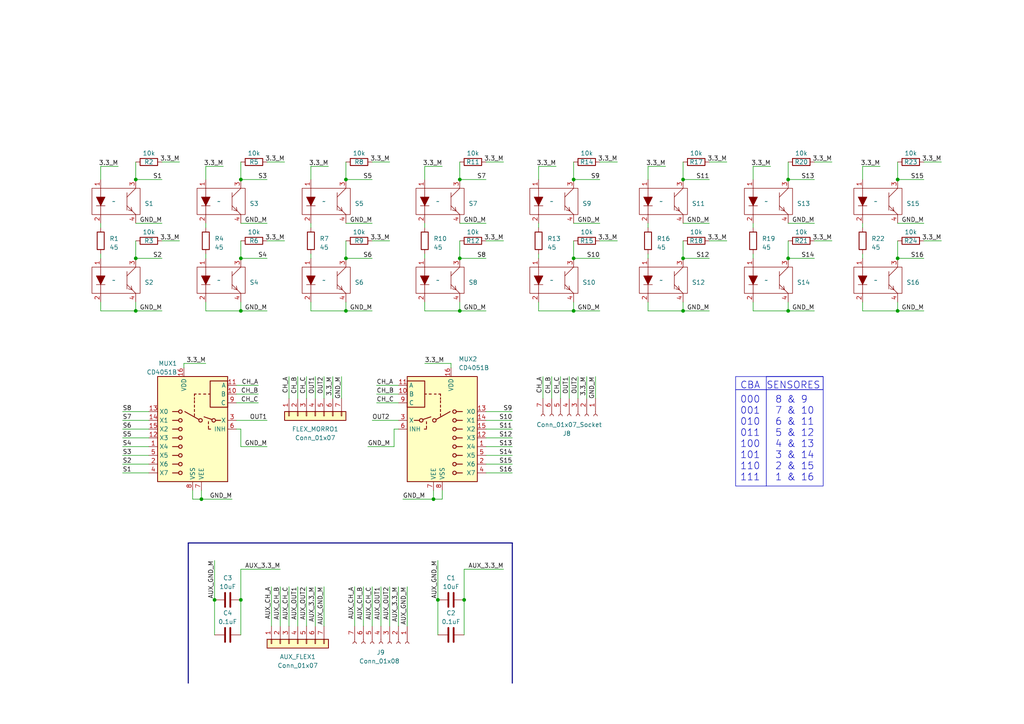
<source format=kicad_sch>
(kicad_sch (version 20230121) (generator eeschema)
  (paper "A4")
  (lib_symbols
    (symbol "Connector:Conn_01x07_Socket" (pin_names (offset 1.016) hide)
      (property "Reference" "J" (at 0 10.16 0))
      (property "Value" "Conn_01x07_Socket" (at 0 -10.16 0))
      (symbol "Conn_01x07_Socket_1_1"
        (arc (start 0 -7.112) (mid -0.5058 -7.62) (end 0 -8.128) (stroke (width 0.1524)))
        (arc (start 0 -4.572) (mid -0.5058 -5.08) (end 0 -5.588) (stroke (width 0.1524)))
        (arc (start 0 -2.032) (mid -0.5058 -2.54) (end 0 -3.048) (stroke (width 0.1524)))
        (polyline (pts (xy -1.27 -7.62) (xy -0.508 -7.62)) (stroke (width 0.1524)))
        (polyline (pts (xy -1.27 -5.08) (xy -0.508 -5.08)) (stroke (width 0.1524)))
        (polyline (pts (xy -1.27 -2.54) (xy -0.508 -2.54)) (stroke (width 0.1524)))
        (polyline (pts (xy -1.27 0) (xy -0.508 0)) (stroke (width 0.1524)))
        (polyline (pts (xy -1.27 2.54) (xy -0.508 2.54)) (stroke (width 0.1524)))
        (polyline (pts (xy -1.27 5.08) (xy -0.508 5.08)) (stroke (width 0.1524)))
        (polyline (pts (xy -1.27 7.62) (xy -0.508 7.62)) (stroke (width 0.1524)))
        (arc (start 0 0.508) (mid -0.5058 0) (end 0 -0.508) (stroke (width 0.1524)))
        (arc (start 0 3.048) (mid -0.5058 2.54) (end 0 2.032) (stroke (width 0.1524)))
        (arc (start 0 5.588) (mid -0.5058 5.08) (end 0 4.572) (stroke (width 0.1524)))
        (arc (start 0 8.128) (mid -0.5058 7.62) (end 0 7.112) (stroke (width 0.1524)))
        (pin passive line (at -5.08 7.62 0) (length 3.81) (name "Pin_1") (number "1"))
        (pin passive line (at -5.08 5.08 0) (length 3.81) (name "Pin_2") (number "2"))
        (pin passive line (at -5.08 2.54 0) (length 3.81) (name "Pin_3") (number "3"))
        (pin passive line (at -5.08 0 0) (length 3.81) (name "Pin_4") (number "4"))
        (pin passive line (at -5.08 -2.54 0) (length 3.81) (name "Pin_5") (number "5"))
        (pin passive line (at -5.08 -5.08 0) (length 3.81) (name "Pin_6") (number "6"))
        (pin passive line (at -5.08 -7.62 0) (length 3.81) (name "Pin_7") (number "7"))
      )
    )
    (symbol "Connector_Generic:Conn_01x07" (pin_names (offset 1.016) hide)
      (property "Reference" "J" (at 0 10.16 0))
      (property "Value" "Conn_01x07" (at 0 -10.16 0))
      (symbol "Conn_01x07_1_1"
        (rectangle (start -1.27 -7.493) (end 0 -7.747) (stroke (width 0.1524)))
        (rectangle (start -1.27 -4.953) (end 0 -5.207) (stroke (width 0.1524)))
        (rectangle (start -1.27 -2.413) (end 0 -2.667) (stroke (width 0.1524)))
        (rectangle (start -1.27 0.127) (end 0 -0.127) (stroke (width 0.1524)))
        (rectangle (start -1.27 2.667) (end 0 2.413) (stroke (width 0.1524)))
        (rectangle (start -1.27 5.207) (end 0 4.953) (stroke (width 0.1524)))
        (rectangle (start -1.27 7.747) (end 0 7.493) (stroke (width 0.1524)))
        (rectangle (start -1.27 8.89) (end 1.27 -8.89) (stroke (width 0.254)) (fill (type background)))
        (pin passive line (at -5.08 7.62 0) (length 3.81) (name "Pin_1") (number "1"))
        (pin passive line (at -5.08 5.08 0) (length 3.81) (name "Pin_2") (number "2"))
        (pin passive line (at -5.08 2.54 0) (length 3.81) (name "Pin_3") (number "3"))
        (pin passive line (at -5.08 0 0) (length 3.81) (name "Pin_4") (number "4"))
        (pin passive line (at -5.08 -2.54 0) (length 3.81) (name "Pin_5") (number "5"))
        (pin passive line (at -5.08 -5.08 0) (length 3.81) (name "Pin_6") (number "6"))
        (pin passive line (at -5.08 -7.62 0) (length 3.81) (name "Pin_7") (number "7"))
      )
    )
    (symbol "Device:C" (pin_numbers hide) (pin_names (offset 0.254))
      (property "Reference" "C" (at 0.635 2.54 0))
      (property "Value" "C" (at 0.635 -2.54 0))
      (symbol "C_0_1"
        (polyline (pts (xy -2.032 -0.762) (xy 2.032 -0.762)) (stroke (width 0.508)))
        (polyline (pts (xy -2.032 0.762) (xy 2.032 0.762)) (stroke (width 0.508)))
      )
      (symbol "C_1_1"
        (pin passive line (at 0 3.81 270) (length 2.794) (name "~") (number "1"))
        (pin passive line (at 0 -3.81 90) (length 2.794) (name "~") (number "2"))
      )
    )
    (symbol "Device:R" (pin_numbers hide) (pin_names (offset 0))
      (property "Reference" "R" (at 2.032 0 90))
      (property "Value" "R" (at 0 0 90))
      (symbol "R_0_1"
        (rectangle (start -1.016 -2.54) (end 1.016 2.54) (stroke (width 0.254)))
      )
      (symbol "R_1_1"
        (pin passive line (at 0 3.81 270) (length 1.27) (name "~") (number "1"))
        (pin passive line (at 0 -3.81 90) (length 1.27) (name "~") (number "2"))
      )
    )
    (symbol "R_1" (pin_numbers hide) (pin_names (offset 0))
      (property "Reference" "R2" (at 0 0 90))
      (property "Value" "10k" (at 2.54 0 90))
      (symbol "R_1_0_1"
        (rectangle (start -1.016 -2.54) (end 1.016 2.54) (stroke (width 0.254)))
      )
      (symbol "R_1_1_1"
        (pin passive line (at 0 3.81 270) (length 1.27) (name "~") (number "1"))
        (pin passive line (at 0 -3.81 90) (length 1.27) (name "~") (number "2"))
      )
    )
    (symbol "custom_symbols:ITR8307_SMD"
      (property "Reference" "S1" (at 8.89 -0.635 0))
      (property "Value" "~" (at 0 0 0))
      (symbol "ITR8307_SMD_0_1"
        (rectangle (start -6.35 3.81) (end 7.62 -3.81))
        (polyline (pts (xy -5.08 -1.27) (xy -2.54 -1.27)))
        (polyline (pts (xy -3.81 3.81) (xy -3.81 -3.81)))
        (polyline (pts (xy 3.81 2.54) (xy 3.81 -2.54)))
        (polyline (pts (xy 5.2578 -2.7686) (xy 4.2164 -2.4892)))
        (polyline (pts (xy 5.2832 -2.7178) (xy 5.0292 -1.6764)))
        (polyline (pts (xy 6.35 -3.81) (xy 3.81 -1.27)))
        (polyline (pts (xy 6.35 3.81) (xy 3.81 1.27)))
        (polyline (pts (xy -5.08 1.27) (xy -2.54 1.27) (xy -3.81 -1.27) (xy -5.08 1.27)) (fill (type outline)))
      )
      (symbol "ITR8307_SMD_1_1"
        (pin input line (at -3.81 6.35 270) (length 2.54) (name "~") (number "1"))
        (pin power_in line (at -3.81 -6.35 90) (length 2.54) (name "~") (number "2"))
        (pin open_collector line (at 6.35 6.35 270) (length 2.54) (name "~") (number "3"))
        (pin power_in line (at 6.35 -6.35 90) (length 2.54) (name "~") (number "4"))
      )
    )
    (symbol "custom_symbols:MUX_CD4051B"
      (property "Reference" "MUX1" (at 4.4959 19.05 0))
      (property "Value" "CD4051B" (at 4.4959 16.51 0))
      (symbol "MUX_CD4051B_0_1"
        (rectangle (start -10.16 6.35) (end -5.08 13.97) (stroke (width 0.254)))
        (rectangle (start -10.16 15.24) (end 10.16 -15.24) (stroke (width 0.254)) (fill (type background)))
        (circle (center -6.096 2.54) (radius 0.508) (stroke (width 0.254)))
        (circle (center -2.286 2.54) (radius 0.508) (stroke (width 0.254)))
        (polyline (pts (xy -8.128 2.54) (xy -6.604 2.54)) (stroke (width 0.254)))
        (polyline (pts (xy -5.588 2.794) (xy -3.302 3.556)) (stroke (width 0.254)))
        (polyline (pts (xy -4.572 0) (xy -5.207 0)) (stroke (width 0.254)))
        (polyline (pts (xy -4.572 0.254) (xy -4.572 0.889)) (stroke (width 0.254)))
        (polyline (pts (xy -4.572 1.524) (xy -4.572 2.159)) (stroke (width 0.254)))
        (polyline (pts (xy -4.572 10.16) (xy -5.08 10.16)) (stroke (width 0.254)))
        (polyline (pts (xy -3.81 10.16) (xy -3.175 10.16)) (stroke (width 0.254)))
        (polyline (pts (xy -1.778 2.794) (xy 2.286 5.08)) (stroke (width 0.254)))
        (polyline (pts (xy -1.778 10.16) (xy -2.286 10.16)) (stroke (width 0.254)))
        (polyline (pts (xy -0.508 3.81) (xy -0.508 4.445)) (stroke (width 0.254)))
        (polyline (pts (xy -0.508 5.08) (xy -0.508 5.715)) (stroke (width 0.254)))
        (polyline (pts (xy -0.508 6.35) (xy -0.508 6.985)) (stroke (width 0.254)))
        (polyline (pts (xy -0.508 7.62) (xy -0.508 8.255)) (stroke (width 0.254)))
        (polyline (pts (xy -0.508 8.636) (xy -0.508 9.144)) (stroke (width 0.254)))
        (polyline (pts (xy -0.508 9.652) (xy -0.508 10.16)) (stroke (width 0.254)))
        (polyline (pts (xy -0.508 10.16) (xy -1.016 10.16)) (stroke (width 0.254)))
        (polyline (pts (xy 4.064 -12.7) (xy 5.842 -12.7)) (stroke (width 0.254)))
        (polyline (pts (xy 4.064 -10.16) (xy 5.842 -10.16)) (stroke (width 0.254)))
        (polyline (pts (xy 4.064 -7.62) (xy 5.842 -7.62)) (stroke (width 0.254)))
        (polyline (pts (xy 4.064 -5.08) (xy 5.842 -5.08)) (stroke (width 0.254)))
        (polyline (pts (xy 4.064 -2.54) (xy 5.842 -2.54)) (stroke (width 0.254)))
        (polyline (pts (xy 4.064 0) (xy 5.842 0)) (stroke (width 0.254)))
        (polyline (pts (xy 4.064 2.54) (xy 5.842 2.54)) (stroke (width 0.254)))
        (polyline (pts (xy 4.064 5.08) (xy 5.842 5.08)) (stroke (width 0.254)))
        (circle (center 3.556 -12.7) (radius 0.508) (stroke (width 0.254)))
        (circle (center 3.556 -10.16) (radius 0.508) (stroke (width 0.254)))
        (circle (center 3.556 -7.62) (radius 0.508) (stroke (width 0.254)))
        (circle (center 3.556 -5.08) (radius 0.508) (stroke (width 0.254)))
        (circle (center 3.556 -2.54) (radius 0.508) (stroke (width 0.254)))
        (circle (center 3.556 0) (radius 0.508) (stroke (width 0.254)))
        (circle (center 3.556 2.54) (radius 0.508) (stroke (width 0.254)))
        (circle (center 3.556 5.08) (radius 0.508) (stroke (width 0.254)))
      )
      (symbol "MUX_CD4051B_1_1"
        (pin bidirectional line (at 12.7 -5.08 180) (length 2.54) (name "X4") (number "1"))
        (pin input line (at -12.7 10.16 0) (length 2.54) (name "B") (number "10"))
        (pin input line (at -12.7 12.7 0) (length 2.54) (name "A") (number "11"))
        (pin bidirectional line (at 12.7 -2.54 180) (length 2.54) (name "X3") (number "12"))
        (pin bidirectional line (at 12.7 5.08 180) (length 2.54) (name "X0") (number "13"))
        (pin bidirectional line (at 12.7 2.54 180) (length 2.54) (name "X1") (number "14"))
        (pin bidirectional line (at 12.7 0 180) (length 2.54) (name "X2") (number "15"))
        (pin power_in line (at 2.54 17.78 270) (length 2.54) (name "VDD") (number "16"))
        (pin bidirectional line (at 12.7 -10.16 180) (length 2.54) (name "X6") (number "2"))
        (pin bidirectional line (at -12.7 2.54 0) (length 2.54) (name "X") (number "3"))
        (pin bidirectional line (at 12.7 -12.7 180) (length 2.54) (name "X7") (number "4"))
        (pin bidirectional line (at 12.7 -7.62 180) (length 2.54) (name "X5") (number "5"))
        (pin input line (at -12.7 0 0) (length 2.54) (name "INH") (number "6"))
        (pin power_in line (at -2.54 -17.78 90) (length 2.54) (name "VEE") (number "7"))
        (pin power_in line (at 0 -17.78 90) (length 2.54) (name "VSS") (number "8"))
        (pin input line (at -12.7 7.62 0) (length 2.54) (name "C") (number "9"))
      )
    )
  )
  (junction (at 166.37 74.93))
  (junction (at 260.35 52.07))
  (junction (at 228.6 74.93))
  (junction (at 125.73 144.78))
  (junction (at 260.35 90.17))
  (junction (at 133.35 52.07))
  (junction (at 198.12 90.17))
  (junction (at 39.37 74.93))
  (junction (at 69.85 52.07))
  (junction (at 69.85 90.17))
  (junction (at 39.37 90.17))
  (junction (at 100.33 90.17))
  (junction (at 228.6 90.17))
  (junction (at 127 173.99))
  (junction (at 100.33 52.07))
  (junction (at 69.85 173.99))
  (junction (at 133.35 90.17))
  (junction (at 100.33 74.93))
  (junction (at 166.37 90.17))
  (junction (at 198.12 74.93))
  (junction (at 228.6 52.07))
  (junction (at 134.62 173.99))
  (junction (at 198.12 52.07))
  (junction (at 69.85 74.93))
  (junction (at 39.37 52.07))
  (junction (at 166.37 52.07))
  (junction (at 58.42 144.78))
  (junction (at 133.35 74.93))
  (junction (at 62.23 173.99))
  (junction (at 260.35 74.93))
  (wire (pts (xy 59.69 73.66) (xy 59.69 74.93)))
  (wire (pts (xy 128.27 142.24) (xy 128.27 144.78)))
  (wire (pts (xy 35.56 124.46) (xy 43.18 124.46)))
  (wire (pts (xy 260.35 90.17) (xy 260.35 87.63)))
  (wire (pts (xy 228.6 90.17) (xy 228.6 87.63)))
  (wire (pts (xy 170.18 109.22) (xy 170.18 115.57)))
  (wire (pts (xy 59.69 48.26) (xy 59.69 52.07)))
  (wire (pts (xy 77.47 69.85) (xy 82.55 69.85)))
  (wire (pts (xy 69.85 165.1) (xy 69.85 173.99)))
  (wire (pts (xy 29.21 64.77) (xy 29.21 66.04)))
  (wire (pts (xy 260.35 52.07) (xy 267.97 52.07)))
  (wire (pts (xy 90.17 48.26) (xy 90.17 52.07)))
  (wire (pts (xy 69.85 52.07) (xy 77.47 52.07)))
  (wire (pts (xy 46.99 90.17) (xy 39.37 90.17)))
  (wire (pts (xy 187.96 48.26) (xy 193.04 48.26)))
  (wire (pts (xy 100.33 52.07) (xy 107.95 52.07)))
  (wire (pts (xy 123.19 105.41) (xy 130.81 105.41)))
  (wire (pts (xy 148.59 129.54) (xy 140.97 129.54)))
  (wire (pts (xy 260.35 69.85) (xy 260.35 74.93)))
  (wire (pts (xy 187.96 90.17) (xy 198.12 90.17)))
  (wire (pts (xy 260.35 46.99) (xy 260.35 52.07)))
  (wire (pts (xy 90.17 64.77) (xy 90.17 66.04)))
  (wire (pts (xy 106.68 129.54) (xy 114.3 129.54)))
  (wire (pts (xy 68.58 116.84) (xy 74.93 116.84)))
  (wire (pts (xy 46.99 46.99) (xy 52.07 46.99)))
  (wire (pts (xy 125.73 142.24) (xy 125.73 144.78)))
  (wire (pts (xy 173.99 90.17) (xy 166.37 90.17)))
  (wire (pts (xy 91.44 109.22) (xy 91.44 115.57)))
  (wire (pts (xy 39.37 74.93) (xy 46.99 74.93)))
  (wire (pts (xy 88.9 170.18) (xy 88.9 181.61)))
  (wire (pts (xy 59.69 90.17) (xy 69.85 90.17)))
  (wire (pts (xy 107.95 46.99) (xy 113.03 46.99)))
  (wire (pts (xy 100.33 74.93) (xy 107.95 74.93)))
  (wire (pts (xy 110.49 170.18) (xy 110.49 181.61)))
  (wire (pts (xy 35.56 119.38) (xy 43.18 119.38)))
  (wire (pts (xy 115.57 170.18) (xy 115.57 181.61)))
  (wire (pts (xy 39.37 64.77) (xy 46.99 64.77)))
  (wire (pts (xy 250.19 64.77) (xy 250.19 66.04)))
  (wire (pts (xy 88.9 109.22) (xy 88.9 115.57)))
  (wire (pts (xy 205.74 69.85) (xy 210.82 69.85)))
  (wire (pts (xy 93.98 170.18) (xy 93.98 181.61)))
  (wire (pts (xy 218.44 73.66) (xy 218.44 74.93)))
  (wire (pts (xy 218.44 64.77) (xy 218.44 66.04)))
  (wire (pts (xy 123.19 48.26) (xy 123.19 52.07)))
  (wire (pts (xy 250.19 87.63) (xy 250.19 90.17)))
  (wire (pts (xy 218.44 90.17) (xy 228.6 90.17)))
  (wire (pts (xy 133.35 90.17) (xy 133.35 87.63)))
  (wire (pts (xy 77.47 129.54) (xy 69.85 129.54)))
  (wire (pts (xy 156.21 64.77) (xy 156.21 66.04)))
  (wire (pts (xy 123.19 64.77) (xy 123.19 66.04)))
  (wire (pts (xy 205.74 90.17) (xy 198.12 90.17)))
  (wire (pts (xy 59.69 105.41) (xy 53.34 105.41)))
  (wire (pts (xy 228.6 74.93) (xy 236.22 74.93)))
  (wire (pts (xy 29.21 48.26) (xy 34.29 48.26)))
  (wire (pts (xy 156.21 87.63) (xy 156.21 90.17)))
  (wire (pts (xy 114.3 124.46) (xy 114.3 129.54)))
  (wire (pts (xy 127 173.99) (xy 127 184.15)))
  (wire (pts (xy 83.82 109.22) (xy 83.82 115.57)))
  (wire (pts (xy 267.97 90.17) (xy 260.35 90.17)))
  (wire (pts (xy 187.96 87.63) (xy 187.96 90.17)))
  (wire (pts (xy 198.12 69.85) (xy 198.12 74.93)))
  (wire (pts (xy 156.21 90.17) (xy 166.37 90.17)))
  (wire (pts (xy 228.6 52.07) (xy 236.22 52.07)))
  (wire (pts (xy 156.21 48.26) (xy 156.21 52.07)))
  (wire (pts (xy 69.85 173.99) (xy 69.85 184.15)))
  (wire (pts (xy 68.58 124.46) (xy 69.85 124.46)))
  (wire (pts (xy 198.12 52.07) (xy 205.74 52.07)))
  (wire (pts (xy 133.35 69.85) (xy 133.35 74.93)))
  (wire (pts (xy 157.48 109.22) (xy 157.48 115.57)))
  (wire (pts (xy 146.05 165.1) (xy 134.62 165.1)))
  (wire (pts (xy 29.21 48.26) (xy 29.21 52.07)))
  (wire (pts (xy 35.56 137.16) (xy 43.18 137.16)))
  (wire (pts (xy 69.85 74.93) (xy 77.47 74.93)))
  (wire (pts (xy 58.42 144.78) (xy 67.31 144.78)))
  (wire (pts (xy 62.23 162.56) (xy 62.23 173.99)))
  (wire (pts (xy 29.21 90.17) (xy 39.37 90.17)))
  (wire (pts (xy 187.96 73.66) (xy 187.96 74.93)))
  (bus (pts (xy 148.59 157.48) (xy 148.59 198.12)))
  (wire (pts (xy 250.19 48.26) (xy 250.19 52.07)))
  (wire (pts (xy 35.56 127) (xy 43.18 127)))
  (wire (pts (xy 68.58 111.76) (xy 74.93 111.76)))
  (wire (pts (xy 83.82 170.18) (xy 83.82 181.61)))
  (wire (pts (xy 86.36 109.22) (xy 86.36 115.57)))
  (wire (pts (xy 90.17 48.26) (xy 95.25 48.26)))
  (wire (pts (xy 166.37 46.99) (xy 166.37 52.07)))
  (wire (pts (xy 39.37 46.99) (xy 39.37 52.07)))
  (wire (pts (xy 81.28 170.18) (xy 81.28 181.61)))
  (wire (pts (xy 46.99 69.85) (xy 52.07 69.85)))
  (wire (pts (xy 68.58 121.92) (xy 77.47 121.92)))
  (wire (pts (xy 68.58 114.3) (xy 74.93 114.3)))
  (wire (pts (xy 107.95 121.92) (xy 115.57 121.92)))
  (wire (pts (xy 90.17 73.66) (xy 90.17 74.93)))
  (wire (pts (xy 29.21 73.66) (xy 29.21 74.93)))
  (wire (pts (xy 69.85 46.99) (xy 69.85 52.07)))
  (wire (pts (xy 78.74 170.18) (xy 78.74 181.61)))
  (wire (pts (xy 173.99 69.85) (xy 179.07 69.85)))
  (wire (pts (xy 140.97 90.17) (xy 133.35 90.17)))
  (wire (pts (xy 148.59 124.46) (xy 140.97 124.46)))
  (wire (pts (xy 55.88 144.78) (xy 58.42 144.78)))
  (wire (pts (xy 148.59 132.08) (xy 140.97 132.08)))
  (wire (pts (xy 218.44 48.26) (xy 218.44 52.07)))
  (wire (pts (xy 260.35 74.93) (xy 267.97 74.93)))
  (wire (pts (xy 148.59 127) (xy 140.97 127)))
  (wire (pts (xy 236.22 69.85) (xy 241.3 69.85)))
  (wire (pts (xy 166.37 74.93) (xy 173.99 74.93)))
  (wire (pts (xy 29.21 87.63) (xy 29.21 90.17)))
  (wire (pts (xy 35.56 134.62) (xy 43.18 134.62)))
  (wire (pts (xy 90.17 87.63) (xy 90.17 90.17)))
  (wire (pts (xy 100.33 64.77) (xy 107.95 64.77)))
  (wire (pts (xy 166.37 64.77) (xy 173.99 64.77)))
  (wire (pts (xy 123.19 90.17) (xy 133.35 90.17)))
  (wire (pts (xy 118.11 170.18) (xy 118.11 181.61)))
  (wire (pts (xy 140.97 46.99) (xy 146.05 46.99)))
  (wire (pts (xy 115.57 111.76) (xy 109.22 111.76)))
  (wire (pts (xy 187.96 64.77) (xy 187.96 66.04)))
  (wire (pts (xy 156.21 73.66) (xy 156.21 74.93)))
  (wire (pts (xy 140.97 69.85) (xy 146.05 69.85)))
  (wire (pts (xy 127 162.56) (xy 127 173.99)))
  (wire (pts (xy 77.47 90.17) (xy 69.85 90.17)))
  (wire (pts (xy 39.37 52.07) (xy 46.99 52.07)))
  (bus (pts (xy 54.61 157.48) (xy 148.59 157.48)))
  (wire (pts (xy 99.06 109.22) (xy 99.06 115.57)))
  (wire (pts (xy 100.33 90.17) (xy 100.33 87.63)))
  (wire (pts (xy 250.19 48.26) (xy 255.27 48.26)))
  (wire (pts (xy 115.57 124.46) (xy 114.3 124.46)))
  (wire (pts (xy 35.56 121.92) (xy 43.18 121.92)))
  (wire (pts (xy 100.33 46.99) (xy 100.33 52.07)))
  (wire (pts (xy 107.95 170.18) (xy 107.95 181.61)))
  (wire (pts (xy 133.35 64.77) (xy 140.97 64.77)))
  (wire (pts (xy 166.37 90.17) (xy 166.37 87.63)))
  (wire (pts (xy 115.57 116.84) (xy 109.22 116.84)))
  (wire (pts (xy 69.85 124.46) (xy 69.85 129.54)))
  (wire (pts (xy 133.35 74.93) (xy 140.97 74.93)))
  (wire (pts (xy 55.88 142.24) (xy 55.88 144.78)))
  (wire (pts (xy 123.19 48.26) (xy 128.27 48.26)))
  (wire (pts (xy 113.03 170.18) (xy 113.03 181.61)))
  (wire (pts (xy 90.17 90.17) (xy 100.33 90.17)))
  (wire (pts (xy 69.85 64.77) (xy 77.47 64.77)))
  (wire (pts (xy 228.6 69.85) (xy 228.6 74.93)))
  (wire (pts (xy 133.35 46.99) (xy 133.35 52.07)))
  (wire (pts (xy 250.19 73.66) (xy 250.19 74.93)))
  (wire (pts (xy 59.69 48.26) (xy 64.77 48.26)))
  (wire (pts (xy 123.19 87.63) (xy 123.19 90.17)))
  (wire (pts (xy 187.96 48.26) (xy 187.96 52.07)))
  (wire (pts (xy 166.37 52.07) (xy 173.99 52.07)))
  (wire (pts (xy 130.81 105.41) (xy 130.81 106.68)))
  (wire (pts (xy 166.37 69.85) (xy 166.37 74.93)))
  (wire (pts (xy 172.72 109.22) (xy 172.72 115.57)))
  (wire (pts (xy 133.35 52.07) (xy 140.97 52.07)))
  (wire (pts (xy 167.64 109.22) (xy 167.64 115.57)))
  (wire (pts (xy 198.12 64.77) (xy 205.74 64.77)))
  (wire (pts (xy 228.6 64.77) (xy 236.22 64.77)))
  (wire (pts (xy 260.35 64.77) (xy 267.97 64.77)))
  (wire (pts (xy 160.02 109.22) (xy 160.02 115.57)))
  (wire (pts (xy 107.95 69.85) (xy 113.03 69.85)))
  (wire (pts (xy 105.41 170.18) (xy 105.41 181.61)))
  (wire (pts (xy 218.44 48.26) (xy 223.52 48.26)))
  (wire (pts (xy 173.99 46.99) (xy 179.07 46.99)))
  (wire (pts (xy 128.27 144.78) (xy 125.73 144.78)))
  (wire (pts (xy 267.97 69.85) (xy 273.05 69.85)))
  (wire (pts (xy 35.56 132.08) (xy 43.18 132.08)))
  (wire (pts (xy 58.42 142.24) (xy 58.42 144.78)))
  (wire (pts (xy 39.37 69.85) (xy 39.37 74.93)))
  (wire (pts (xy 35.56 129.54) (xy 43.18 129.54)))
  (wire (pts (xy 198.12 74.93) (xy 205.74 74.93)))
  (wire (pts (xy 100.33 69.85) (xy 100.33 74.93)))
  (wire (pts (xy 134.62 165.1) (xy 134.62 173.99)))
  (wire (pts (xy 198.12 90.17) (xy 198.12 87.63)))
  (wire (pts (xy 102.87 170.18) (xy 102.87 181.61)))
  (bus (pts (xy 54.61 157.48) (xy 54.61 198.12)))
  (wire (pts (xy 39.37 90.17) (xy 39.37 87.63)))
  (wire (pts (xy 93.98 109.22) (xy 93.98 115.57)))
  (wire (pts (xy 267.97 46.99) (xy 273.05 46.99)))
  (wire (pts (xy 162.56 109.22) (xy 162.56 115.57)))
  (wire (pts (xy 250.19 90.17) (xy 260.35 90.17)))
  (wire (pts (xy 69.85 90.17) (xy 69.85 87.63)))
  (wire (pts (xy 62.23 173.99) (xy 62.23 184.15)))
  (wire (pts (xy 125.73 144.78) (xy 116.84 144.78)))
  (wire (pts (xy 91.44 170.18) (xy 91.44 181.61)))
  (wire (pts (xy 115.57 114.3) (xy 109.22 114.3)))
  (wire (pts (xy 134.62 173.99) (xy 134.62 184.15)))
  (wire (pts (xy 86.36 170.18) (xy 86.36 181.61)))
  (wire (pts (xy 218.44 87.63) (xy 218.44 90.17)))
  (wire (pts (xy 156.21 48.26) (xy 161.29 48.26)))
  (wire (pts (xy 107.95 90.17) (xy 100.33 90.17)))
  (wire (pts (xy 59.69 87.63) (xy 59.69 90.17)))
  (wire (pts (xy 148.59 121.92) (xy 140.97 121.92)))
  (wire (pts (xy 165.1 109.22) (xy 165.1 115.57)))
  (wire (pts (xy 228.6 46.99) (xy 228.6 52.07)))
  (wire (pts (xy 205.74 46.99) (xy 210.82 46.99)))
  (wire (pts (xy 148.59 134.62) (xy 140.97 134.62)))
  (wire (pts (xy 96.52 109.22) (xy 96.52 115.57)))
  (wire (pts (xy 77.47 46.99) (xy 82.55 46.99)))
  (wire (pts (xy 69.85 69.85) (xy 69.85 74.93)))
  (wire (pts (xy 81.28 165.1) (xy 69.85 165.1)))
  (wire (pts (xy 148.59 137.16) (xy 140.97 137.16)))
  (wire (pts (xy 148.59 119.38) (xy 140.97 119.38)))
  (wire (pts (xy 123.19 73.66) (xy 123.19 74.93)))
  (wire (pts (xy 236.22 90.17) (xy 228.6 90.17)))
  (wire (pts (xy 198.12 46.99) (xy 198.12 52.07)))
  (wire (pts (xy 53.34 105.41) (xy 53.34 106.68)))
  (wire (pts (xy 59.69 64.77) (xy 59.69 66.04)))
  (wire (pts (xy 236.22 46.99) (xy 241.3 46.99)))
  (rectangle (start 222.25 113.03) (end 238.76 140.97))
  (rectangle (start 213.36 113.03) (end 222.25 140.97))
  (rectangle (start 213.36 109.22) (end 238.76 113.03))
  (rectangle (start 222.25 109.22) (end 238.76 113.03))
  (text "CBA" (at 214.63 113.03 0) (effects (font (size 2 2)) (justify left bottom)))
  (text "SENSORES" (at 222.25 113.03 0) (effects (font (size 2 2)) (justify left bottom)))
  (text "8 & 9\n7 & 10\n6 & 11\n5 & 12\n4 & 13\n3 & 14\n2 & 15\n1 & 16" (at 224.79 139.7 0) (effects (font (size 2 2)) (justify left bottom)))
  (text "000\n001\n010\n011\n100\n101\n110\n111" (at 214.63 139.7 0) (effects (font (size 2 2)) (justify left bottom)))
  (label "S13" (at 148.59 129.54 180))
  (label "AUX_3.3_M" (at 115.57 170.18 270))
  (label "AUX_CH_B" (at 81.28 170.18 270))
  (label "S11" (at 148.59 124.46 180))
  (label "S5" (at 107.95 52.07 180))
  (label "S10" (at 173.99 74.93 180))
  (label "AUX_CH_C" (at 107.95 170.18 270))
  (label "GND_M" (at 77.47 64.77 180))
  (label "GND_M" (at 106.68 129.54 0))
  (label "S4" (at 35.56 129.54 0))
  (label "S6" (at 107.95 74.93 180))
  (label "S10" (at 148.59 121.92 180))
  (label "3.3_M" (at 52.07 46.99 180))
  (label "3.3_M" (at 241.3 46.99 180))
  (label "S7" (at 140.97 52.07 180))
  (label "GND_M" (at 173.99 64.77 180))
  (label "3.3_M" (at 179.07 46.99 180))
  (label "S4" (at 77.47 74.93 180))
  (label "OUT2" (at 167.64 109.22 270))
  (label "GND_M" (at 46.99 64.77 180))
  (label "3.3_M" (at 241.3 69.85 180))
  (label "AUX_OUT1" (at 86.36 170.18 270))
  (label "S13" (at 236.22 52.07 180))
  (label "S16" (at 148.59 137.16 180))
  (label "3.3_M" (at 273.05 69.85 180))
  (label "CH_C" (at 74.93 116.84 180))
  (label "S11" (at 205.74 52.07 180))
  (label "GND_M" (at 99.06 109.22 270))
  (label "CH_B" (at 109.22 114.3 0))
  (label "3.3_M" (at 34.29 48.26 180))
  (label "CH_A" (at 109.22 111.76 0))
  (label "S3" (at 35.56 132.08 0))
  (label "AUX_GND_M" (at 127 162.56 270))
  (label "3.3_M" (at 82.55 69.85 180))
  (label "S14" (at 236.22 74.93 180))
  (label "AUX_OUT2" (at 88.9 170.18 270))
  (label "CH_C" (at 162.56 109.22 270))
  (label "AUX_CH_A" (at 78.74 170.18 270))
  (label "S3" (at 77.47 52.07 180))
  (label "S1" (at 46.99 52.07 180))
  (label "GND_M" (at 267.97 64.77 180))
  (label "GND_M" (at 67.31 144.78 180))
  (label "CH_B" (at 160.02 109.22 270))
  (label "AUX_3.3_M" (at 146.05 165.1 180))
  (label "S12" (at 205.74 74.93 180))
  (label "CH_C" (at 88.9 109.22 270))
  (label "GND_M" (at 236.22 90.17 180))
  (label "AUX_GND_M" (at 93.98 170.18 270))
  (label "GND_M" (at 140.97 90.17 180))
  (label "GND_M" (at 116.84 144.78 0))
  (label "S14" (at 148.59 132.08 180))
  (label "3.3_M" (at 113.03 46.99 180))
  (label "GND_M" (at 172.72 109.22 270))
  (label "CH_C" (at 109.22 116.84 0))
  (label "GND_M" (at 236.22 64.77 180))
  (label "3.3_M" (at 193.04 48.26 180))
  (label "GND_M" (at 107.95 90.17 180))
  (label "3.3_M" (at 210.82 46.99 180))
  (label "3.3_M" (at 223.52 48.26 180))
  (label "GND_M" (at 173.99 90.17 180))
  (label "CH_A" (at 74.93 111.76 180))
  (label "OUT1" (at 91.44 109.22 270))
  (label "S9" (at 173.99 52.07 180))
  (label "AUX_OUT2" (at 113.03 170.18 270))
  (label "3.3_M" (at 82.55 46.99 180))
  (label "AUX_OUT1" (at 110.49 170.18 270))
  (label "OUT2" (at 107.95 121.92 0))
  (label "CH_A" (at 83.82 109.22 270))
  (label "GND_M" (at 205.74 90.17 180))
  (label "GND_M" (at 205.74 64.77 180))
  (label "AUX_CH_C" (at 83.82 170.18 270))
  (label "3.3_M" (at 273.05 46.99 180))
  (label "S2" (at 35.56 134.62 0))
  (label "OUT1" (at 77.47 121.92 180))
  (label "OUT2" (at 93.98 109.22 270))
  (label "GND_M" (at 107.95 64.77 180))
  (label "S8" (at 35.56 119.38 0))
  (label "3.3_M" (at 95.25 48.26 180))
  (label "3.3_M" (at 59.69 105.41 180))
  (label "3.3_M" (at 123.19 105.41 0))
  (label "3.3_M" (at 210.82 69.85 180))
  (label "OUT1" (at 165.1 109.22 270))
  (label "CH_B" (at 74.93 114.3 180))
  (label "3.3_M" (at 161.29 48.26 180))
  (label "AUX_GND_M" (at 62.23 162.56 270))
  (label "3.3_M" (at 146.05 69.85 180))
  (label "3.3_M" (at 96.52 109.22 270))
  (label "S15" (at 148.59 134.62 180))
  (label "S6" (at 35.56 124.46 0))
  (label "AUX_GND_M" (at 118.11 170.18 270))
  (label "S9" (at 148.59 119.38 180))
  (label "S8" (at 140.97 74.93 180))
  (label "S15" (at 267.97 52.07 180))
  (label "3.3_M" (at 179.07 69.85 180))
  (label "CH_A" (at 157.48 109.22 270))
  (label "CH_B" (at 86.36 109.22 270))
  (label "3.3_M" (at 146.05 46.99 180))
  (label "GND_M" (at 46.99 90.17 180))
  (label "AUX_CH_A" (at 102.87 170.18 270))
  (label "3.3_M" (at 170.18 109.22 270))
  (label "3.3_M" (at 113.03 69.85 180))
  (label "3.3_M" (at 52.07 69.85 180))
  (label "S12" (at 148.59 127 180))
  (label "3.3_M" (at 128.27 48.26 180))
  (label "S5" (at 35.56 127 0))
  (label "GND_M" (at 77.47 90.17 180))
  (label "GND_M" (at 77.47 129.54 180))
  (label "S7" (at 35.56 121.92 0))
  (label "GND_M" (at 140.97 64.77 180))
  (label "GND_M" (at 267.97 90.17 180))
  (label "AUX_3.3_M" (at 91.44 170.18 270))
  (label "AUX_CH_B" (at 105.41 170.18 270))
  (label "S16" (at 267.97 74.93 180))
  (label "AUX_3.3_M" (at 81.28 165.1 180))
  (label "3.3_M" (at 64.77 48.26 180))
  (label "S1" (at 35.56 137.16 0))
  (label "S2" (at 46.99 74.93 180))
  (label "3.3_M" (at 255.27 48.26 180))
  (symbol (lib_id "Device:R") (at 104.14 69.85 90) (unit 1)
    (property "Reference" "R9" (at 104.14 69.85 90))
    (property "Value" "10k" (at 104.14 67.31 90))
    (property "Footprint" "Resistor_SMD:R_0805_2012Metric_Pad1.20x1.40mm_HandSolder" (effects hide))
    (property "LCSC Part #" "C17414" (effects hide))
  )
  (symbol (lib_name "R_1") (lib_id "Device:R") (at 43.18 46.99 90) (unit 1)
    (property "Reference" "R2" (at 43.18 46.99 90))
    (property "Value" "10k" (at 43.18 44.45 90))
    (property "Footprint" "Resistor_SMD:R_0805_2012Metric_Pad1.20x1.40mm_HandSolder" (effects hide))
    (property "LCSC Part #" "C17414" (effects hide))
  )
  (symbol (lib_id "Device:C") (at 130.81 184.15 270) (unit 1)
    (property "Reference" "C2" (at 130.81 177.8 90))
    (property "Value" "0.1uF" (at 130.81 180.34 90))
    (property "Footprint" "Capacitor_SMD:C_0805_2012Metric_Pad1.18x1.45mm_HandSolder" (effects hide))
    (property "LCSC Part #" "C2847428" (effects hide))
  )
  (symbol (lib_id "Device:R") (at 250.19 69.85 0) (unit 1)
    (property "Reference" "R22" (at 252.73 69.215 0) (effects (justify left)))
    (property "Value" "45" (at 252.73 71.755 0) (effects (justify left)))
    (property "Footprint" "Resistor_SMD:R_0805_2012Metric_Pad1.20x1.40mm_HandSolder" (effects hide))
    (property "LCSC Part #" "C3017827" (effects hide))
  )
  (symbol (lib_id "Device:R") (at 104.14 46.99 90) (unit 1)
    (property "Reference" "R8" (at 104.14 46.99 90))
    (property "Value" "10k" (at 104.14 44.45 90))
    (property "Footprint" "Resistor_SMD:R_0805_2012Metric_Pad1.20x1.40mm_HandSolder" (effects hide))
    (property "LCSC Part #" "C17414" (effects hide))
  )
  (symbol (lib_id "custom_symbols:ITR8307_SMD") (at 191.77 58.42 0) (unit 1)
    (property "Reference" "S11" (at 200.66 59.055 0) (effects (justify left)))
    (property "Value" "~" (at 191.77 58.42 0))
    (property "Footprint" "custom_footprints:ITR8307_SMD" (effects hide))
    (property "LCSC Part #" "C81632" (effects hide))
    (property "JLCPCB Rotation Offset" "180" (effects hide))
  )
  (symbol (lib_id "custom_symbols:ITR8307_SMD") (at 127 58.42 0) (unit 1)
    (property "Reference" "S7" (at 135.89 59.055 0) (effects (justify left)))
    (property "Value" "~" (at 127 58.42 0))
    (property "Footprint" "custom_footprints:ITR8307_SMD" (effects hide))
    (property "LCSC Part #" "C81632" (effects hide))
    (property "JLCPCB Rotation Offset" "180" (effects hide))
  )
  (symbol (lib_id "Connector:Conn_01x07_Socket") (at 110.49 186.69 270) (unit 1) (in_bom no) (on_board no)
    (property "Reference" "J9" (at 109.22 189.23 90) (effects (justify left)))
    (property "Value" "Conn_01x08" (at 104.14 191.77 90) (effects (justify left)))
    (property "Footprint" "Connector_PinHeader_2.54mm:PinHeader_1x07_P2.54mm_Vertical" (effects hide))
  )
  (symbol (lib_id "custom_symbols:ITR8307_SMD") (at 127 81.28 0) (unit 1)
    (property "Reference" "S8" (at 135.89 81.915 0) (effects (justify left)))
    (property "Value" "~" (at 127 81.28 0))
    (property "Footprint" "custom_footprints:ITR8307_SMD" (effects hide))
    (property "LCSC Part #" "C81632" (effects hide))
    (property "JLCPCB Rotation Offset" "180" (effects hide))
  )
  (symbol (lib_id "Device:R") (at 264.16 46.99 90) (unit 1)
    (property "Reference" "R23" (at 264.16 46.99 90))
    (property "Value" "10k" (at 264.16 44.45 90))
    (property "Footprint" "Resistor_SMD:R_0805_2012Metric_Pad1.20x1.40mm_HandSolder" (effects hide))
    (property "LCSC Part #" "C17414" (effects hide))
  )
  (symbol (lib_id "Device:R") (at 90.17 69.85 0) (unit 1)
    (property "Reference" "R7" (at 92.71 69.215 0) (effects (justify left)))
    (property "Value" "45" (at 92.71 71.755 0) (effects (justify left)))
    (property "Footprint" "Resistor_SMD:R_0805_2012Metric_Pad1.20x1.40mm_HandSolder" (effects hide))
    (property "LCSC Part #" "C3017827" (effects hide))
  )
  (symbol (lib_id "custom_symbols:ITR8307_SMD") (at 160.02 81.28 0) (unit 1)
    (property "Reference" "S10" (at 168.91 81.915 0) (effects (justify left)))
    (property "Value" "~" (at 160.02 81.28 0))
    (property "Footprint" "custom_footprints:ITR8307_SMD" (effects hide))
    (property "LCSC Part #" "C81632" (effects hide))
    (property "JLCPCB Rotation Offset" "180" (effects hide))
  )
  (symbol (lib_id "Device:R") (at 187.96 69.85 0) (unit 1)
    (property "Reference" "R16" (at 190.5 69.215 0) (effects (justify left)))
    (property "Value" "45" (at 190.5 71.755 0) (effects (justify left)))
    (property "Footprint" "Resistor_SMD:R_0805_2012Metric_Pad1.20x1.40mm_HandSolder" (effects hide))
    (property "LCSC Part #" "C3017827" (effects hide))
  )
  (symbol (lib_id "Connector_Generic:Conn_01x07") (at 86.36 186.69 90) (mirror x) (unit 1)
    (property "Reference" "AUX_FLEX1" (at 86.36 190.5 90))
    (property "Value" "Conn_01x07" (at 86.36 193.04 90))
    (property "Footprint" "Connector_FFC-FPC:TE_0-1734839-7_1x07-1MP_P0.5mm_Horizontal" (effects hide))
    (property "LCSC Part #" "C388693" (effects hide))
    (property "JLCPCB Position Offset" "0,-0.4" (effects hide))
  )
  (symbol (lib_id "Device:R") (at 137.16 46.99 90) (unit 1)
    (property "Reference" "R11" (at 137.16 46.99 90))
    (property "Value" "10k" (at 137.16 44.45 90))
    (property "Footprint" "Resistor_SMD:R_0805_2012Metric_Pad1.20x1.40mm_HandSolder" (effects hide))
    (property "LCSC Part #" "C17414" (effects hide))
  )
  (symbol (lib_id "custom_symbols:ITR8307_SMD") (at 191.77 81.28 0) (unit 1)
    (property "Reference" "S12" (at 200.66 81.915 0) (effects (justify left)))
    (property "Value" "~" (at 191.77 81.28 0))
    (property "Footprint" "custom_footprints:ITR8307_SMD" (effects hide))
    (property "LCSC Part #" "C81632" (effects hide))
    (property "JLCPCB Rotation Offset" "180" (effects hide))
  )
  (symbol (lib_id "custom_symbols:ITR8307_SMD") (at 33.02 58.42 0) (unit 1)
    (property "Reference" "S1" (at 41.91 59.055 0) (effects (justify left)))
    (property "Value" "~" (at 33.02 58.42 0))
    (property "Footprint" "custom_footprints:ITR8307_SMD" (effects hide))
    (property "LCSC Part #" "C81632" (effects hide))
    (property "JLCPCB Rotation Offset" "180" (effects hide))
  )
  (symbol (lib_id "Device:R") (at 59.69 69.85 0) (unit 1)
    (property "Reference" "R4" (at 62.23 69.215 0) (effects (justify left)))
    (property "Value" "45" (at 62.23 71.755 0) (effects (justify left)))
    (property "Footprint" "Resistor_SMD:R_0805_2012Metric_Pad1.20x1.40mm_HandSolder" (effects hide))
    (property "LCSC Part #" "C3017827" (effects hide))
  )
  (symbol (lib_id "Device:R") (at 43.18 69.85 90) (unit 1)
    (property "Reference" "R3" (at 43.18 69.85 90))
    (property "Value" "10k" (at 43.18 67.31 90))
    (property "Footprint" "Resistor_SMD:R_0805_2012Metric_Pad1.20x1.40mm_HandSolder" (effects hide))
    (property "LCSC Part #" "C17414" (effects hide))
  )
  (symbol (lib_id "custom_symbols:MUX_CD4051B") (at 55.88 124.46 0) (mirror y) (unit 1)
    (property "Reference" "MUX1" (at 51.3841 105.41 0) (effects (justify left)))
    (property "Value" "CD4051B" (at 51.3841 107.95 0) (effects (justify left)))
    (property "Footprint" "custom_footprints:MUX_CD4051B" (effects hide))
    (property "Datasheet" "http://www.ti.com/lit/ds/symlink/cd4052b.pdf" (effects hide))
    (property "LCSC Part #" "C3007951" (effects hide))
    (property "JLCPCB Rotation Offset" "90" (effects hide))
  )
  (symbol (lib_id "Connector:Conn_01x07_Socket") (at 165.1 120.65 270) (unit 1) (in_bom no) (on_board no)
    (property "Reference" "J8" (at 163.195 125.73 90) (effects (justify left)))
    (property "Value" "Conn_01x07_Socket" (at 155.575 123.19 90) (effects (justify left)))
    (property "Footprint" "Connector_PinHeader_2.54mm:PinHeader_1x07_P2.54mm_Vertical" (effects hide))
  )
  (symbol (lib_id "Device:R") (at 232.41 69.85 90) (unit 1)
    (property "Reference" "R21" (at 232.41 69.85 90))
    (property "Value" "10k" (at 232.41 67.31 90))
    (property "Footprint" "Resistor_SMD:R_0805_2012Metric_Pad1.20x1.40mm_HandSolder" (effects hide))
    (property "LCSC Part #" "C17414" (effects hide))
  )
  (symbol (lib_id "custom_symbols:ITR8307_SMD") (at 93.98 81.28 0) (unit 1)
    (property "Reference" "S6" (at 102.87 81.915 0) (effects (justify left)))
    (property "Value" "~" (at 93.98 81.28 0))
    (property "Footprint" "custom_footprints:ITR8307_SMD" (effects hide))
    (property "LCSC Part #" "C81632" (effects hide))
    (property "JLCPCB Rotation Offset" "180" (effects hide))
  )
  (symbol (lib_id "custom_symbols:ITR8307_SMD") (at 63.5 81.28 0) (unit 1)
    (property "Reference" "S4" (at 72.39 81.915 0) (effects (justify left)))
    (property "Value" "~" (at 63.5 81.28 0))
    (property "Footprint" "custom_footprints:ITR8307_SMD" (effects hide))
    (property "LCSC Part #" "C81632" (effects hide))
    (property "JLCPCB Rotation Offset" "180" (effects hide))
  )
  (symbol (lib_id "Device:R") (at 264.16 69.85 90) (unit 1)
    (property "Reference" "R24" (at 264.16 69.85 90))
    (property "Value" "10k" (at 264.16 67.31 90))
    (property "Footprint" "Resistor_SMD:R_0805_2012Metric_Pad1.20x1.40mm_HandSolder" (effects hide))
    (property "LCSC Part #" "C17414" (effects hide))
  )
  (symbol (lib_id "Device:R") (at 170.18 69.85 90) (unit 1)
    (property "Reference" "R15" (at 170.18 69.85 90))
    (property "Value" "10k" (at 170.18 67.31 90))
    (property "Footprint" "Resistor_SMD:R_0805_2012Metric_Pad1.20x1.40mm_HandSolder" (effects hide))
    (property "LCSC Part #" "C17414" (effects hide))
  )
  (symbol (lib_id "custom_symbols:ITR8307_SMD") (at 222.25 81.28 0) (unit 1)
    (property "Reference" "S14" (at 231.14 81.915 0) (effects (justify left)))
    (property "Value" "~" (at 222.25 81.28 0))
    (property "Footprint" "custom_footprints:ITR8307_SMD" (effects hide))
    (property "LCSC Part #" "C81632" (effects hide))
    (property "JLCPCB Rotation Offset" "180" (effects hide))
  )
  (symbol (lib_id "custom_symbols:ITR8307_SMD") (at 254 81.28 0) (unit 1)
    (property "Reference" "S16" (at 262.89 81.915 0) (effects (justify left)))
    (property "Value" "~" (at 254 81.28 0))
    (property "Footprint" "custom_footprints:ITR8307_SMD" (effects hide))
    (property "LCSC Part #" "C81632" (effects hide))
    (property "JLCPCB Rotation Offset" "180" (effects hide))
  )
  (symbol (lib_id "custom_symbols:ITR8307_SMD") (at 222.25 58.42 0) (unit 1)
    (property "Reference" "S13" (at 231.14 59.055 0) (effects (justify left)))
    (property "Value" "~" (at 222.25 58.42 0))
    (property "Footprint" "custom_footprints:ITR8307_SMD" (effects hide))
    (property "LCSC Part #" "C81632" (effects hide))
    (property "JLCPCB Rotation Offset" "180" (effects hide))
  )
  (symbol (lib_id "custom_symbols:ITR8307_SMD") (at 93.98 58.42 0) (unit 1)
    (property "Reference" "S5" (at 102.87 59.055 0) (effects (justify left)))
    (property "Value" "~" (at 93.98 58.42 0))
    (property "Footprint" "custom_footprints:ITR8307_SMD" (effects hide))
    (property "LCSC Part #" "C81632" (effects hide))
    (property "JLCPCB Rotation Offset" "180" (effects hide))
  )
  (symbol (lib_id "Device:R") (at 232.41 46.99 90) (unit 1)
    (property "Reference" "R20" (at 232.41 46.99 90))
    (property "Value" "10k" (at 232.41 44.45 90))
    (property "Footprint" "Resistor_SMD:R_0805_2012Metric_Pad1.20x1.40mm_HandSolder" (effects hide))
    (property "LCSC Part #" "C17414" (effects hide))
  )
  (symbol (lib_id "custom_symbols:ITR8307_SMD") (at 160.02 58.42 0) (unit 1)
    (property "Reference" "S9" (at 168.91 59.055 0) (effects (justify left)))
    (property "Value" "~" (at 160.02 58.42 0))
    (property "Footprint" "custom_footprints:ITR8307_SMD" (effects hide))
    (property "LCSC Part #" "C81632" (effects hide))
    (property "JLCPCB Rotation Offset" "180" (effects hide))
  )
  (symbol (lib_id "Connector_Generic:Conn_01x07") (at 91.44 120.65 90) (mirror x) (unit 1)
    (property "Reference" "FLEX_MORRO1" (at 91.44 124.46 90))
    (property "Value" "Conn_01x07" (at 91.44 127 90))
    (property "Footprint" "Connector_FFC-FPC:TE_0-1734839-7_1x07-1MP_P0.5mm_Horizontal" (effects hide))
    (property "LCSC Part #" "C388693" (effects hide))
    (property "JLCPCB Position Offset" "0,-0.4" (effects hide))
  )
  (symbol (lib_id "custom_symbols:ITR8307_SMD") (at 63.5 58.42 0) (unit 1)
    (property "Reference" "S3" (at 72.39 59.055 0) (effects (justify left)))
    (property "Value" "~" (at 63.5 58.42 0))
    (property "Footprint" "custom_footprints:ITR8307_SMD" (effects hide))
    (property "LCSC Part #" "C81632" (effects hide))
    (property "JLCPCB Rotation Offset" "180" (effects hide))
  )
  (symbol (lib_id "Device:R") (at 73.66 46.99 90) (unit 1)
    (property "Reference" "R5" (at 73.66 46.99 90))
    (property "Value" "10k" (at 73.66 44.45 90))
    (property "Footprint" "Resistor_SMD:R_0805_2012Metric_Pad1.20x1.40mm_HandSolder" (effects hide))
    (property "LCSC Part #" "C17414" (effects hide))
  )
  (symbol (lib_id "Device:R") (at 218.44 69.85 0) (unit 1)
    (property "Reference" "R19" (at 220.98 69.215 0) (effects (justify left)))
    (property "Value" "45" (at 220.98 71.755 0) (effects (justify left)))
    (property "Footprint" "Resistor_SMD:R_0805_2012Metric_Pad1.20x1.40mm_HandSolder" (effects hide))
    (property "LCSC Part #" "C3017827" (effects hide))
  )
  (symbol (lib_id "custom_symbols:MUX_CD4051B") (at 128.27 124.46 0) (unit 1)
    (property "Reference" "MUX2" (at 133.0041 104.14 0) (effects (justify left)))
    (property "Value" "CD4051B" (at 133.0041 106.68 0) (effects (justify left)))
    (property "Footprint" "custom_footprints:MUX_CD4051B" (effects hide))
    (property "Datasheet" "http://www.ti.com/lit/ds/symlink/cd4052b.pdf" (effects hide))
    (property "LCSC Part #" "C3007951" (effects hide))
    (property "JLCPCB Rotation Offset" "90" (effects hide))
  )
  (symbol (lib_id "Device:R") (at 156.21 69.85 0) (unit 1)
    (property "Reference" "R13" (at 158.75 69.215 0) (effects (justify left)))
    (property "Value" "45" (at 158.75 71.755 0) (effects (justify left)))
    (property "Footprint" "Resistor_SMD:R_0805_2012Metric_Pad1.20x1.40mm_HandSolder" (effects hide))
    (property "LCSC Part #" "C3017827" (effects hide))
  )
  (symbol (lib_id "Device:C") (at 66.04 173.99 270) (unit 1)
    (property "Reference" "C3" (at 66.04 167.64 90))
    (property "Value" "10uF" (at 66.04 170.18 90))
    (property "Footprint" "Capacitor_SMD:C_0805_2012Metric_Pad1.18x1.45mm_HandSolder" (effects hide))
    (property "LCSC Part #" "C380331" (effects hide))
  )
  (symbol (lib_id "Device:C") (at 130.81 173.99 270) (unit 1)
    (property "Reference" "C1" (at 130.81 167.64 90))
    (property "Value" "10uF" (at 130.81 170.18 90))
    (property "Footprint" "Capacitor_SMD:C_0805_2012Metric_Pad1.18x1.45mm_HandSolder" (effects hide))
    (property "LCSC Part #" "C380331" (effects hide))
  )
  (symbol (lib_id "custom_symbols:ITR8307_SMD") (at 254 58.42 0) (unit 1)
    (property "Reference" "S15" (at 262.89 59.055 0) (effects (justify left)))
    (property "Value" "~" (at 254 58.42 0))
    (property "Footprint" "custom_footprints:ITR8307_SMD" (effects hide))
    (property "LCSC Part #" "C81632" (effects hide))
    (property "JLCPCB Rotation Offset" "180" (effects hide))
  )
  (symbol (lib_id "Device:R") (at 170.18 46.99 90) (unit 1)
    (property "Reference" "R14" (at 170.18 46.99 90))
    (property "Value" "10k" (at 170.18 44.45 90))
    (property "Footprint" "Resistor_SMD:R_0805_2012Metric_Pad1.20x1.40mm_HandSolder" (effects hide))
    (property "LCSC Part #" "C17414" (effects hide))
  )
  (symbol (lib_id "Device:R") (at 201.93 69.85 90) (unit 1)
    (property "Reference" "R18" (at 201.93 69.85 90))
    (property "Value" "10k" (at 201.93 67.31 90))
    (property "Footprint" "Resistor_SMD:R_0805_2012Metric_Pad1.20x1.40mm_HandSolder" (effects hide))
    (property "LCSC Part #" "C17414" (effects hide))
  )
  (symbol (lib_id "Device:R") (at 123.19 69.85 0) (unit 1)
    (property "Reference" "R10" (at 125.73 69.215 0) (effects (justify left)))
    (property "Value" "45" (at 125.73 71.755 0) (effects (justify left)))
    (property "Footprint" "Resistor_SMD:R_0805_2012Metric_Pad1.20x1.40mm_HandSolder" (effects hide))
    (property "LCSC Part #" "C3017827" (effects hide))
  )
  (symbol (lib_id "Device:R") (at 201.93 46.99 90) (unit 1)
    (property "Reference" "R17" (at 201.93 46.99 90))
    (property "Value" "10k" (at 201.93 44.45 90))
    (property "Footprint" "Resistor_SMD:R_0805_2012Metric_Pad1.20x1.40mm_HandSolder" (effects hide))
    (property "LCSC Part #" "C17414" (effects hide))
  )
  (symbol (lib_id "Device:R") (at 29.21 69.85 0) (unit 1)
    (property "Reference" "R1" (at 31.75 69.215 0) (effects (justify left)))
    (property "Value" "45" (at 31.75 71.755 0) (effects (justify left)))
    (property "Footprint" "Resistor_SMD:R_0805_2012Metric_Pad1.20x1.40mm_HandSolder" (effects hide))
    (property "LCSC Part #" "C3017827" (effects hide))
  )
  (symbol (lib_id "Device:C") (at 66.04 184.15 270) (unit 1)
    (property "Reference" "C4" (at 66.04 177.8 90))
    (property "Value" "0.1uF" (at 66.04 180.34 90))
    (property "Footprint" "Capacitor_SMD:C_0805_2012Metric_Pad1.18x1.45mm_HandSolder" (effects hide))
    (property "LCSC Part #" "C2847428" (effects hide))
  )
  (symbol (lib_id "Device:R") (at 137.16 69.85 90) (unit 1)
    (property "Reference" "R12" (at 137.16 69.85 90))
    (property "Value" "10k" (at 137.16 67.31 90))
    (property "Footprint" "Resistor_SMD:R_0805_2012Metric_Pad1.20x1.40mm_HandSolder" (effects hide))
    (property "LCSC Part #" "C17414" (effects hide))
  )
  (symbol (lib_id "Device:R") (at 73.66 69.85 90) (unit 1)
    (property "Reference" "R6" (at 73.66 69.85 90))
    (property "Value" "10k" (at 73.66 67.31 90))
    (property "Footprint" "Resistor_SMD:R_0805_2012Metric_Pad1.20x1.40mm_HandSolder" (effects hide))
    (property "LCSC Part #" "C17414" (effects hide))
  )
  (symbol (lib_id "custom_symbols:ITR8307_SMD") (at 33.02 81.28 0) (unit 1)
    (property "Reference" "S2" (at 41.91 81.915 0) (effects (justify left)))
    (property "Value" "~" (at 33.02 81.28 0))
    (property "Footprint" "custom_footprints:ITR8307_SMD" (effects hide))
    (property "LCSC Part #" "C81632" (effects hide))
    (property "JLCPCB Rotation Offset" "180" (effects hide))
  )
)
</source>
